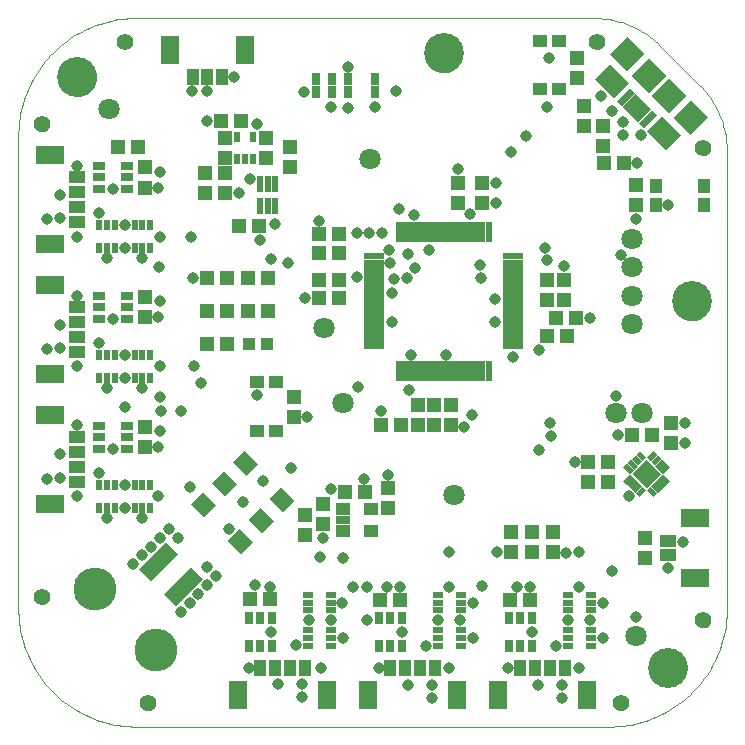
<source format=gts>
G75*
%MOIN*%
%OFA0B0*%
%FSLAX24Y24*%
%IPPOS*%
%LPD*%
%AMOC8*
5,1,8,0,0,1.08239X$1,22.5*
%
%ADD10C,0.0000*%
%ADD11C,0.1330*%
%ADD12C,0.0039*%
%ADD13C,0.0552*%
%ADD14R,0.0190X0.0671*%
%ADD15R,0.0671X0.0190*%
%ADD16R,0.0237X0.0671*%
%ADD17R,0.0671X0.0237*%
%ADD18R,0.0474X0.0474*%
%ADD19R,0.0237X0.0611*%
%ADD20R,0.0907X0.0710*%
%ADD21R,0.0789X0.0828*%
%ADD22R,0.0828X0.0828*%
%ADD23R,0.0474X0.0434*%
%ADD24R,0.0434X0.0474*%
%ADD25R,0.0474X0.0395*%
%ADD26R,0.0474X0.0316*%
%ADD27R,0.0580X0.1261*%
%ADD28C,0.1429*%
%ADD29R,0.0395X0.0395*%
%ADD30R,0.0316X0.0395*%
%ADD31R,0.0552X0.0395*%
%ADD32R,0.0926X0.0592*%
%ADD33R,0.0395X0.0552*%
%ADD34R,0.0592X0.0926*%
%ADD35R,0.0434X0.0297*%
%ADD36R,0.0245X0.0383*%
%ADD37R,0.0383X0.0245*%
%ADD38R,0.0297X0.0434*%
%ADD39R,0.0220X0.0580*%
%ADD40R,0.0178X0.0316*%
%ADD41R,0.0671X0.0671*%
%ADD42C,0.0710*%
%ADD43R,0.0552X0.0631*%
%ADD44C,0.0382*%
D10*
X000671Y004450D02*
X000673Y004480D01*
X000679Y004510D01*
X000688Y004539D01*
X000701Y004566D01*
X000718Y004591D01*
X000737Y004614D01*
X000760Y004635D01*
X000785Y004652D01*
X000811Y004666D01*
X000840Y004676D01*
X000869Y004683D01*
X000899Y004686D01*
X000930Y004685D01*
X000960Y004680D01*
X000989Y004671D01*
X001016Y004659D01*
X001042Y004644D01*
X001066Y004625D01*
X001087Y004603D01*
X001105Y004579D01*
X001120Y004552D01*
X001131Y004524D01*
X001139Y004495D01*
X001143Y004465D01*
X001143Y004435D01*
X001139Y004405D01*
X001131Y004376D01*
X001120Y004348D01*
X001105Y004321D01*
X001087Y004297D01*
X001066Y004275D01*
X001042Y004256D01*
X001016Y004241D01*
X000989Y004229D01*
X000960Y004220D01*
X000930Y004215D01*
X000899Y004214D01*
X000869Y004217D01*
X000840Y004224D01*
X000811Y004234D01*
X000785Y004248D01*
X000760Y004265D01*
X000737Y004286D01*
X000718Y004309D01*
X000701Y004334D01*
X000688Y004361D01*
X000679Y004390D01*
X000673Y004420D01*
X000671Y004450D01*
X004214Y000907D02*
X004216Y000937D01*
X004222Y000967D01*
X004231Y000996D01*
X004244Y001023D01*
X004261Y001048D01*
X004280Y001071D01*
X004303Y001092D01*
X004328Y001109D01*
X004354Y001123D01*
X004383Y001133D01*
X004412Y001140D01*
X004442Y001143D01*
X004473Y001142D01*
X004503Y001137D01*
X004532Y001128D01*
X004559Y001116D01*
X004585Y001101D01*
X004609Y001082D01*
X004630Y001060D01*
X004648Y001036D01*
X004663Y001009D01*
X004674Y000981D01*
X004682Y000952D01*
X004686Y000922D01*
X004686Y000892D01*
X004682Y000862D01*
X004674Y000833D01*
X004663Y000805D01*
X004648Y000778D01*
X004630Y000754D01*
X004609Y000732D01*
X004585Y000713D01*
X004559Y000698D01*
X004532Y000686D01*
X004503Y000677D01*
X004473Y000672D01*
X004442Y000671D01*
X004412Y000674D01*
X004383Y000681D01*
X004354Y000691D01*
X004328Y000705D01*
X004303Y000722D01*
X004280Y000743D01*
X004261Y000766D01*
X004244Y000791D01*
X004231Y000818D01*
X004222Y000847D01*
X004216Y000877D01*
X004214Y000907D01*
X019962Y000907D02*
X019964Y000937D01*
X019970Y000967D01*
X019979Y000996D01*
X019992Y001023D01*
X020009Y001048D01*
X020028Y001071D01*
X020051Y001092D01*
X020076Y001109D01*
X020102Y001123D01*
X020131Y001133D01*
X020160Y001140D01*
X020190Y001143D01*
X020221Y001142D01*
X020251Y001137D01*
X020280Y001128D01*
X020307Y001116D01*
X020333Y001101D01*
X020357Y001082D01*
X020378Y001060D01*
X020396Y001036D01*
X020411Y001009D01*
X020422Y000981D01*
X020430Y000952D01*
X020434Y000922D01*
X020434Y000892D01*
X020430Y000862D01*
X020422Y000833D01*
X020411Y000805D01*
X020396Y000778D01*
X020378Y000754D01*
X020357Y000732D01*
X020333Y000713D01*
X020307Y000698D01*
X020280Y000686D01*
X020251Y000677D01*
X020221Y000672D01*
X020190Y000671D01*
X020160Y000674D01*
X020131Y000681D01*
X020102Y000691D01*
X020076Y000705D01*
X020051Y000722D01*
X020028Y000743D01*
X020009Y000766D01*
X019992Y000791D01*
X019979Y000818D01*
X019970Y000847D01*
X019964Y000877D01*
X019962Y000907D01*
X021148Y002088D02*
X021150Y002138D01*
X021156Y002187D01*
X021166Y002236D01*
X021179Y002283D01*
X021197Y002330D01*
X021218Y002375D01*
X021242Y002418D01*
X021270Y002459D01*
X021301Y002498D01*
X021335Y002534D01*
X021372Y002568D01*
X021412Y002598D01*
X021453Y002625D01*
X021497Y002649D01*
X021542Y002669D01*
X021589Y002685D01*
X021637Y002698D01*
X021686Y002707D01*
X021736Y002712D01*
X021785Y002713D01*
X021835Y002710D01*
X021884Y002703D01*
X021933Y002692D01*
X021980Y002678D01*
X022026Y002659D01*
X022071Y002637D01*
X022114Y002612D01*
X022154Y002583D01*
X022192Y002551D01*
X022228Y002517D01*
X022261Y002479D01*
X022290Y002439D01*
X022316Y002397D01*
X022339Y002353D01*
X022358Y002307D01*
X022374Y002260D01*
X022386Y002211D01*
X022394Y002162D01*
X022398Y002113D01*
X022398Y002063D01*
X022394Y002014D01*
X022386Y001965D01*
X022374Y001916D01*
X022358Y001869D01*
X022339Y001823D01*
X022316Y001779D01*
X022290Y001737D01*
X022261Y001697D01*
X022228Y001659D01*
X022192Y001625D01*
X022154Y001593D01*
X022114Y001564D01*
X022071Y001539D01*
X022026Y001517D01*
X021980Y001498D01*
X021933Y001484D01*
X021884Y001473D01*
X021835Y001466D01*
X021785Y001463D01*
X021736Y001464D01*
X021686Y001469D01*
X021637Y001478D01*
X021589Y001491D01*
X021542Y001507D01*
X021497Y001527D01*
X021453Y001551D01*
X021412Y001578D01*
X021372Y001608D01*
X021335Y001642D01*
X021301Y001678D01*
X021270Y001717D01*
X021242Y001758D01*
X021218Y001801D01*
X021197Y001846D01*
X021179Y001893D01*
X021166Y001940D01*
X021156Y001989D01*
X021150Y002038D01*
X021148Y002088D01*
X022718Y003663D02*
X022720Y003693D01*
X022726Y003723D01*
X022735Y003752D01*
X022748Y003779D01*
X022765Y003804D01*
X022784Y003827D01*
X022807Y003848D01*
X022832Y003865D01*
X022858Y003879D01*
X022887Y003889D01*
X022916Y003896D01*
X022946Y003899D01*
X022977Y003898D01*
X023007Y003893D01*
X023036Y003884D01*
X023063Y003872D01*
X023089Y003857D01*
X023113Y003838D01*
X023134Y003816D01*
X023152Y003792D01*
X023167Y003765D01*
X023178Y003737D01*
X023186Y003708D01*
X023190Y003678D01*
X023190Y003648D01*
X023186Y003618D01*
X023178Y003589D01*
X023167Y003561D01*
X023152Y003534D01*
X023134Y003510D01*
X023113Y003488D01*
X023089Y003469D01*
X023063Y003454D01*
X023036Y003442D01*
X023007Y003433D01*
X022977Y003428D01*
X022946Y003427D01*
X022916Y003430D01*
X022887Y003437D01*
X022858Y003447D01*
X022832Y003461D01*
X022807Y003478D01*
X022784Y003499D01*
X022765Y003522D01*
X022748Y003547D01*
X022735Y003574D01*
X022726Y003603D01*
X022720Y003633D01*
X022718Y003663D01*
X021936Y014293D02*
X021938Y014343D01*
X021944Y014392D01*
X021954Y014441D01*
X021967Y014488D01*
X021985Y014535D01*
X022006Y014580D01*
X022030Y014623D01*
X022058Y014664D01*
X022089Y014703D01*
X022123Y014739D01*
X022160Y014773D01*
X022200Y014803D01*
X022241Y014830D01*
X022285Y014854D01*
X022330Y014874D01*
X022377Y014890D01*
X022425Y014903D01*
X022474Y014912D01*
X022524Y014917D01*
X022573Y014918D01*
X022623Y014915D01*
X022672Y014908D01*
X022721Y014897D01*
X022768Y014883D01*
X022814Y014864D01*
X022859Y014842D01*
X022902Y014817D01*
X022942Y014788D01*
X022980Y014756D01*
X023016Y014722D01*
X023049Y014684D01*
X023078Y014644D01*
X023104Y014602D01*
X023127Y014558D01*
X023146Y014512D01*
X023162Y014465D01*
X023174Y014416D01*
X023182Y014367D01*
X023186Y014318D01*
X023186Y014268D01*
X023182Y014219D01*
X023174Y014170D01*
X023162Y014121D01*
X023146Y014074D01*
X023127Y014028D01*
X023104Y013984D01*
X023078Y013942D01*
X023049Y013902D01*
X023016Y013864D01*
X022980Y013830D01*
X022942Y013798D01*
X022902Y013769D01*
X022859Y013744D01*
X022814Y013722D01*
X022768Y013703D01*
X022721Y013689D01*
X022672Y013678D01*
X022623Y013671D01*
X022573Y013668D01*
X022524Y013669D01*
X022474Y013674D01*
X022425Y013683D01*
X022377Y013696D01*
X022330Y013712D01*
X022285Y013732D01*
X022241Y013756D01*
X022200Y013783D01*
X022160Y013813D01*
X022123Y013847D01*
X022089Y013883D01*
X022058Y013922D01*
X022030Y013963D01*
X022006Y014006D01*
X021985Y014051D01*
X021967Y014098D01*
X021954Y014145D01*
X021944Y014194D01*
X021938Y014243D01*
X021936Y014293D01*
X022718Y019411D02*
X022720Y019441D01*
X022726Y019471D01*
X022735Y019500D01*
X022748Y019527D01*
X022765Y019552D01*
X022784Y019575D01*
X022807Y019596D01*
X022832Y019613D01*
X022858Y019627D01*
X022887Y019637D01*
X022916Y019644D01*
X022946Y019647D01*
X022977Y019646D01*
X023007Y019641D01*
X023036Y019632D01*
X023063Y019620D01*
X023089Y019605D01*
X023113Y019586D01*
X023134Y019564D01*
X023152Y019540D01*
X023167Y019513D01*
X023178Y019485D01*
X023186Y019456D01*
X023190Y019426D01*
X023190Y019396D01*
X023186Y019366D01*
X023178Y019337D01*
X023167Y019309D01*
X023152Y019282D01*
X023134Y019258D01*
X023113Y019236D01*
X023089Y019217D01*
X023063Y019202D01*
X023036Y019190D01*
X023007Y019181D01*
X022977Y019176D01*
X022946Y019175D01*
X022916Y019178D01*
X022887Y019185D01*
X022858Y019195D01*
X022832Y019209D01*
X022807Y019226D01*
X022784Y019247D01*
X022765Y019270D01*
X022748Y019295D01*
X022735Y019322D01*
X022726Y019351D01*
X022720Y019381D01*
X022718Y019411D01*
X019175Y022954D02*
X019177Y022984D01*
X019183Y023014D01*
X019192Y023043D01*
X019205Y023070D01*
X019222Y023095D01*
X019241Y023118D01*
X019264Y023139D01*
X019289Y023156D01*
X019315Y023170D01*
X019344Y023180D01*
X019373Y023187D01*
X019403Y023190D01*
X019434Y023189D01*
X019464Y023184D01*
X019493Y023175D01*
X019520Y023163D01*
X019546Y023148D01*
X019570Y023129D01*
X019591Y023107D01*
X019609Y023083D01*
X019624Y023056D01*
X019635Y023028D01*
X019643Y022999D01*
X019647Y022969D01*
X019647Y022939D01*
X019643Y022909D01*
X019635Y022880D01*
X019624Y022852D01*
X019609Y022825D01*
X019591Y022801D01*
X019570Y022779D01*
X019546Y022760D01*
X019520Y022745D01*
X019493Y022733D01*
X019464Y022724D01*
X019434Y022719D01*
X019403Y022718D01*
X019373Y022721D01*
X019344Y022728D01*
X019315Y022738D01*
X019289Y022752D01*
X019264Y022769D01*
X019241Y022790D01*
X019222Y022813D01*
X019205Y022838D01*
X019192Y022865D01*
X019183Y022894D01*
X019177Y022924D01*
X019175Y022954D01*
X013668Y022561D02*
X013670Y022611D01*
X013676Y022660D01*
X013686Y022709D01*
X013699Y022756D01*
X013717Y022803D01*
X013738Y022848D01*
X013762Y022891D01*
X013790Y022932D01*
X013821Y022971D01*
X013855Y023007D01*
X013892Y023041D01*
X013932Y023071D01*
X013973Y023098D01*
X014017Y023122D01*
X014062Y023142D01*
X014109Y023158D01*
X014157Y023171D01*
X014206Y023180D01*
X014256Y023185D01*
X014305Y023186D01*
X014355Y023183D01*
X014404Y023176D01*
X014453Y023165D01*
X014500Y023151D01*
X014546Y023132D01*
X014591Y023110D01*
X014634Y023085D01*
X014674Y023056D01*
X014712Y023024D01*
X014748Y022990D01*
X014781Y022952D01*
X014810Y022912D01*
X014836Y022870D01*
X014859Y022826D01*
X014878Y022780D01*
X014894Y022733D01*
X014906Y022684D01*
X014914Y022635D01*
X014918Y022586D01*
X014918Y022536D01*
X014914Y022487D01*
X014906Y022438D01*
X014894Y022389D01*
X014878Y022342D01*
X014859Y022296D01*
X014836Y022252D01*
X014810Y022210D01*
X014781Y022170D01*
X014748Y022132D01*
X014712Y022098D01*
X014674Y022066D01*
X014634Y022037D01*
X014591Y022012D01*
X014546Y021990D01*
X014500Y021971D01*
X014453Y021957D01*
X014404Y021946D01*
X014355Y021939D01*
X014305Y021936D01*
X014256Y021937D01*
X014206Y021942D01*
X014157Y021951D01*
X014109Y021964D01*
X014062Y021980D01*
X014017Y022000D01*
X013973Y022024D01*
X013932Y022051D01*
X013892Y022081D01*
X013855Y022115D01*
X013821Y022151D01*
X013790Y022190D01*
X013762Y022231D01*
X013738Y022274D01*
X013717Y022319D01*
X013699Y022366D01*
X013686Y022413D01*
X013676Y022462D01*
X013670Y022511D01*
X013668Y022561D01*
X003427Y022954D02*
X003429Y022984D01*
X003435Y023014D01*
X003444Y023043D01*
X003457Y023070D01*
X003474Y023095D01*
X003493Y023118D01*
X003516Y023139D01*
X003541Y023156D01*
X003567Y023170D01*
X003596Y023180D01*
X003625Y023187D01*
X003655Y023190D01*
X003686Y023189D01*
X003716Y023184D01*
X003745Y023175D01*
X003772Y023163D01*
X003798Y023148D01*
X003822Y023129D01*
X003843Y023107D01*
X003861Y023083D01*
X003876Y023056D01*
X003887Y023028D01*
X003895Y022999D01*
X003899Y022969D01*
X003899Y022939D01*
X003895Y022909D01*
X003887Y022880D01*
X003876Y022852D01*
X003861Y022825D01*
X003843Y022801D01*
X003822Y022779D01*
X003798Y022760D01*
X003772Y022745D01*
X003745Y022733D01*
X003716Y022724D01*
X003686Y022719D01*
X003655Y022718D01*
X003625Y022721D01*
X003596Y022728D01*
X003567Y022738D01*
X003541Y022752D01*
X003516Y022769D01*
X003493Y022790D01*
X003474Y022813D01*
X003457Y022838D01*
X003444Y022865D01*
X003435Y022894D01*
X003429Y022924D01*
X003427Y022954D01*
X001463Y021773D02*
X001465Y021823D01*
X001471Y021872D01*
X001481Y021921D01*
X001494Y021968D01*
X001512Y022015D01*
X001533Y022060D01*
X001557Y022103D01*
X001585Y022144D01*
X001616Y022183D01*
X001650Y022219D01*
X001687Y022253D01*
X001727Y022283D01*
X001768Y022310D01*
X001812Y022334D01*
X001857Y022354D01*
X001904Y022370D01*
X001952Y022383D01*
X002001Y022392D01*
X002051Y022397D01*
X002100Y022398D01*
X002150Y022395D01*
X002199Y022388D01*
X002248Y022377D01*
X002295Y022363D01*
X002341Y022344D01*
X002386Y022322D01*
X002429Y022297D01*
X002469Y022268D01*
X002507Y022236D01*
X002543Y022202D01*
X002576Y022164D01*
X002605Y022124D01*
X002631Y022082D01*
X002654Y022038D01*
X002673Y021992D01*
X002689Y021945D01*
X002701Y021896D01*
X002709Y021847D01*
X002713Y021798D01*
X002713Y021748D01*
X002709Y021699D01*
X002701Y021650D01*
X002689Y021601D01*
X002673Y021554D01*
X002654Y021508D01*
X002631Y021464D01*
X002605Y021422D01*
X002576Y021382D01*
X002543Y021344D01*
X002507Y021310D01*
X002469Y021278D01*
X002429Y021249D01*
X002386Y021224D01*
X002341Y021202D01*
X002295Y021183D01*
X002248Y021169D01*
X002199Y021158D01*
X002150Y021151D01*
X002100Y021148D01*
X002051Y021149D01*
X002001Y021154D01*
X001952Y021163D01*
X001904Y021176D01*
X001857Y021192D01*
X001812Y021212D01*
X001768Y021236D01*
X001727Y021263D01*
X001687Y021293D01*
X001650Y021327D01*
X001616Y021363D01*
X001585Y021402D01*
X001557Y021443D01*
X001533Y021486D01*
X001512Y021531D01*
X001494Y021578D01*
X001481Y021625D01*
X001471Y021674D01*
X001465Y021723D01*
X001463Y021773D01*
X000671Y020198D02*
X000673Y020228D01*
X000679Y020258D01*
X000688Y020287D01*
X000701Y020314D01*
X000718Y020339D01*
X000737Y020362D01*
X000760Y020383D01*
X000785Y020400D01*
X000811Y020414D01*
X000840Y020424D01*
X000869Y020431D01*
X000899Y020434D01*
X000930Y020433D01*
X000960Y020428D01*
X000989Y020419D01*
X001016Y020407D01*
X001042Y020392D01*
X001066Y020373D01*
X001087Y020351D01*
X001105Y020327D01*
X001120Y020300D01*
X001131Y020272D01*
X001139Y020243D01*
X001143Y020213D01*
X001143Y020183D01*
X001139Y020153D01*
X001131Y020124D01*
X001120Y020096D01*
X001105Y020069D01*
X001087Y020045D01*
X001066Y020023D01*
X001042Y020004D01*
X001016Y019989D01*
X000989Y019977D01*
X000960Y019968D01*
X000930Y019963D01*
X000899Y019962D01*
X000869Y019965D01*
X000840Y019972D01*
X000811Y019982D01*
X000785Y019996D01*
X000760Y020013D01*
X000737Y020034D01*
X000718Y020057D01*
X000701Y020082D01*
X000688Y020109D01*
X000679Y020138D01*
X000673Y020168D01*
X000671Y020198D01*
D11*
X002088Y021773D03*
X014293Y022561D03*
X022561Y014293D03*
X021773Y002088D03*
D12*
X000120Y004057D02*
X000120Y019805D01*
X000122Y019929D01*
X000128Y020052D01*
X000137Y020176D01*
X000151Y020298D01*
X000168Y020421D01*
X000190Y020543D01*
X000215Y020664D01*
X000244Y020784D01*
X000276Y020903D01*
X000313Y021022D01*
X000353Y021139D01*
X000396Y021254D01*
X000444Y021369D01*
X000495Y021481D01*
X000549Y021592D01*
X000607Y021702D01*
X000668Y021809D01*
X000733Y021915D01*
X000801Y022018D01*
X000872Y022119D01*
X000946Y022218D01*
X001023Y022315D01*
X001104Y022409D01*
X001187Y022500D01*
X001273Y022589D01*
X001362Y022675D01*
X001453Y022758D01*
X001547Y022839D01*
X001644Y022916D01*
X001743Y022990D01*
X001844Y023061D01*
X001947Y023129D01*
X002053Y023194D01*
X002160Y023255D01*
X002270Y023313D01*
X002381Y023367D01*
X002493Y023418D01*
X002608Y023466D01*
X002723Y023509D01*
X002840Y023549D01*
X002959Y023586D01*
X003078Y023618D01*
X003198Y023647D01*
X003319Y023672D01*
X003441Y023694D01*
X003564Y023711D01*
X003686Y023725D01*
X003810Y023734D01*
X003933Y023740D01*
X004057Y023742D01*
X019288Y023742D01*
X021515Y022819D02*
X022819Y021515D01*
X023742Y019288D02*
X023742Y004057D01*
X023740Y003933D01*
X023734Y003810D01*
X023725Y003686D01*
X023711Y003564D01*
X023694Y003441D01*
X023672Y003319D01*
X023647Y003198D01*
X023618Y003078D01*
X023586Y002959D01*
X023549Y002840D01*
X023509Y002723D01*
X023466Y002608D01*
X023418Y002493D01*
X023367Y002381D01*
X023313Y002270D01*
X023255Y002160D01*
X023194Y002053D01*
X023129Y001947D01*
X023061Y001844D01*
X022990Y001743D01*
X022916Y001644D01*
X022839Y001547D01*
X022758Y001453D01*
X022675Y001362D01*
X022589Y001273D01*
X022500Y001187D01*
X022409Y001104D01*
X022315Y001023D01*
X022218Y000946D01*
X022119Y000872D01*
X022018Y000801D01*
X021915Y000733D01*
X021809Y000668D01*
X021702Y000607D01*
X021592Y000549D01*
X021481Y000495D01*
X021369Y000444D01*
X021254Y000396D01*
X021139Y000353D01*
X021022Y000313D01*
X020903Y000276D01*
X020784Y000244D01*
X020664Y000215D01*
X020543Y000190D01*
X020421Y000168D01*
X020298Y000151D01*
X020176Y000137D01*
X020052Y000128D01*
X019929Y000122D01*
X019805Y000120D01*
X004057Y000120D01*
X003933Y000122D01*
X003810Y000128D01*
X003686Y000137D01*
X003564Y000151D01*
X003441Y000168D01*
X003319Y000190D01*
X003198Y000215D01*
X003078Y000244D01*
X002959Y000276D01*
X002840Y000313D01*
X002723Y000353D01*
X002608Y000396D01*
X002493Y000444D01*
X002381Y000495D01*
X002270Y000549D01*
X002160Y000607D01*
X002053Y000668D01*
X001947Y000733D01*
X001844Y000801D01*
X001743Y000872D01*
X001644Y000946D01*
X001547Y001023D01*
X001453Y001104D01*
X001362Y001187D01*
X001273Y001273D01*
X001187Y001362D01*
X001104Y001453D01*
X001023Y001547D01*
X000946Y001644D01*
X000872Y001743D01*
X000801Y001844D01*
X000733Y001947D01*
X000668Y002053D01*
X000607Y002160D01*
X000549Y002270D01*
X000495Y002381D01*
X000444Y002493D01*
X000396Y002608D01*
X000353Y002723D01*
X000313Y002840D01*
X000276Y002959D01*
X000244Y003078D01*
X000215Y003198D01*
X000190Y003319D01*
X000168Y003441D01*
X000151Y003564D01*
X000137Y003686D01*
X000128Y003810D01*
X000122Y003933D01*
X000120Y004057D01*
X019288Y023742D02*
X019396Y023740D01*
X019503Y023735D01*
X019610Y023725D01*
X019717Y023713D01*
X019823Y023696D01*
X019929Y023676D01*
X020034Y023652D01*
X020138Y023625D01*
X020241Y023594D01*
X020343Y023560D01*
X020444Y023522D01*
X020543Y023481D01*
X020641Y023437D01*
X020737Y023389D01*
X020832Y023338D01*
X020925Y023283D01*
X021016Y023226D01*
X021105Y023165D01*
X021191Y023102D01*
X021276Y023035D01*
X021358Y022966D01*
X021438Y022894D01*
X021515Y022819D01*
X022819Y021515D02*
X022894Y021438D01*
X022966Y021358D01*
X023035Y021276D01*
X023102Y021191D01*
X023165Y021105D01*
X023226Y021016D01*
X023283Y020925D01*
X023338Y020832D01*
X023389Y020737D01*
X023437Y020641D01*
X023481Y020543D01*
X023522Y020444D01*
X023560Y020343D01*
X023594Y020241D01*
X023625Y020138D01*
X023652Y020034D01*
X023676Y019929D01*
X023696Y019823D01*
X023713Y019717D01*
X023725Y019610D01*
X023735Y019503D01*
X023740Y019396D01*
X023742Y019288D01*
D13*
X022954Y019411D03*
X019411Y022954D03*
X003663Y022954D03*
X000907Y020198D03*
X000907Y004450D03*
X004450Y000907D03*
X020198Y000907D03*
X022954Y003663D03*
D14*
X015572Y011970D03*
X015376Y011970D03*
X015179Y011970D03*
X014982Y011970D03*
X014785Y011970D03*
X014588Y011970D03*
X014391Y011970D03*
X014194Y011970D03*
X013998Y011970D03*
X013801Y011970D03*
X013604Y011970D03*
X013407Y011970D03*
X013210Y011970D03*
X013013Y011970D03*
X013013Y016616D03*
X013210Y016616D03*
X013407Y016616D03*
X013604Y016616D03*
X013801Y016616D03*
X013998Y016616D03*
X014194Y016616D03*
X014391Y016616D03*
X014588Y016616D03*
X014785Y016616D03*
X014982Y016616D03*
X015179Y016616D03*
X015376Y016616D03*
X015572Y016616D03*
D15*
X016616Y015572D03*
X016616Y015376D03*
X016616Y015179D03*
X016616Y014982D03*
X016616Y014785D03*
X016616Y014588D03*
X016616Y014391D03*
X016616Y014194D03*
X016616Y013998D03*
X016616Y013801D03*
X016616Y013604D03*
X016616Y013407D03*
X016616Y013210D03*
X016616Y013013D03*
X011970Y013013D03*
X011970Y013210D03*
X011970Y013407D03*
X011970Y013604D03*
X011970Y013801D03*
X011970Y013998D03*
X011970Y014194D03*
X011970Y014391D03*
X011970Y014588D03*
X011970Y014785D03*
X011970Y014982D03*
X011970Y015179D03*
X011970Y015376D03*
X011970Y015572D03*
D16*
X012793Y016616D03*
X015793Y016616D03*
X015793Y011970D03*
X012793Y011970D03*
D17*
X011970Y012793D03*
X011970Y015793D03*
X016616Y015793D03*
X016616Y012793D03*
D18*
X017738Y013151D03*
X018053Y013742D03*
X018407Y013151D03*
X018722Y013742D03*
X018309Y014352D03*
X017757Y014352D03*
X017757Y015021D03*
X018309Y015021D03*
X020710Y017502D03*
X020710Y018171D03*
X020297Y018899D03*
X019628Y018899D03*
X019608Y019470D03*
X019608Y020139D03*
X018978Y020139D03*
X018978Y020809D03*
X018742Y021754D03*
X018742Y022423D03*
X015592Y018250D03*
X015592Y017580D03*
X014765Y017580D03*
X014765Y018250D03*
X010809Y016537D03*
X010809Y015907D03*
X010139Y015907D03*
X010139Y016537D03*
X010139Y015002D03*
X010139Y014411D03*
X010809Y014411D03*
X010809Y015002D03*
X008446Y015080D03*
X007777Y015080D03*
X007069Y015080D03*
X006399Y015080D03*
X006399Y013978D03*
X007069Y013978D03*
X007777Y013978D03*
X008446Y013978D03*
X007069Y012876D03*
X006399Y012876D03*
X004332Y013761D03*
X004332Y014431D03*
X007462Y016813D03*
X008131Y016813D03*
X007009Y017895D03*
X006340Y017895D03*
X006340Y018565D03*
X007009Y018565D03*
X007009Y019076D03*
X007009Y019746D03*
X006872Y020317D03*
X007541Y020317D03*
X008387Y019746D03*
X008387Y019076D03*
X009175Y018761D03*
X009175Y019431D03*
X004332Y018761D03*
X004332Y018092D03*
X004116Y019450D03*
X003446Y019450D03*
X009293Y011124D03*
X009293Y010454D03*
X010998Y007954D03*
X011667Y007954D03*
X012454Y008072D03*
X012454Y007403D03*
X010285Y007533D03*
X010285Y006864D03*
X009679Y007171D03*
X009679Y006502D03*
X008525Y004372D03*
X007856Y004372D03*
X012187Y004332D03*
X012856Y004332D03*
X016517Y004332D03*
X017187Y004332D03*
X017246Y005927D03*
X017246Y006596D03*
X017954Y006596D03*
X017954Y005927D03*
X016537Y005927D03*
X016537Y006596D03*
X019116Y008269D03*
X019785Y008269D03*
X019785Y008939D03*
X019116Y008939D03*
X020572Y009844D03*
X021242Y009844D03*
X021891Y009588D03*
X021891Y010257D03*
X021025Y006399D03*
X021025Y005730D03*
X014529Y010179D03*
X013978Y010179D03*
X013427Y010179D03*
X012891Y010167D03*
X012222Y010167D03*
X013427Y010848D03*
X013978Y010848D03*
X014529Y010848D03*
X004332Y010100D03*
X004332Y009431D03*
D19*
G36*
X020511Y021402D02*
X020678Y021235D01*
X020247Y020804D01*
X020080Y020971D01*
X020511Y021402D01*
G37*
G36*
X020692Y021221D02*
X020859Y021054D01*
X020428Y020623D01*
X020261Y020790D01*
X020692Y021221D01*
G37*
G36*
X020873Y021040D02*
X021040Y020873D01*
X020609Y020442D01*
X020442Y020609D01*
X020873Y021040D01*
G37*
G36*
X021054Y020859D02*
X021221Y020692D01*
X020790Y020261D01*
X020623Y020428D01*
X021054Y020859D01*
G37*
G36*
X021235Y020678D02*
X021402Y020511D01*
X020971Y020080D01*
X020804Y020247D01*
X021235Y020678D01*
G37*
D20*
G36*
X021569Y020483D02*
X022209Y019843D01*
X021707Y019341D01*
X021067Y019981D01*
X021569Y020483D01*
G37*
G36*
X019843Y022209D02*
X020483Y021569D01*
X019981Y021067D01*
X019341Y021707D01*
X019843Y022209D01*
G37*
D21*
G36*
X020441Y023114D02*
X020998Y022557D01*
X020413Y021972D01*
X019856Y022529D01*
X020441Y023114D01*
G37*
G36*
X022557Y020998D02*
X023114Y020441D01*
X022529Y019856D01*
X021972Y020413D01*
X022557Y020998D01*
G37*
D22*
G36*
X021819Y021736D02*
X022404Y021151D01*
X021819Y020566D01*
X021234Y021151D01*
X021819Y021736D01*
G37*
G36*
X021151Y022404D02*
X021736Y021819D01*
X021151Y021234D01*
X020566Y021819D01*
X021151Y022404D01*
G37*
D23*
X018151Y022974D03*
X017521Y022974D03*
X017521Y021360D03*
X018151Y021360D03*
X008702Y011596D03*
X008072Y011596D03*
X008072Y009982D03*
X008702Y009982D03*
D24*
X021360Y017521D03*
X021360Y018151D03*
X022974Y018151D03*
X022974Y017521D03*
D25*
X011876Y007376D03*
X011876Y006628D03*
X010931Y006628D03*
X010931Y007376D03*
D26*
X010931Y007002D03*
D27*
G36*
X005391Y004146D02*
X004981Y004556D01*
X005871Y005446D01*
X006281Y005036D01*
X005391Y004146D01*
G37*
G36*
X004556Y004981D02*
X004146Y005391D01*
X005036Y006281D01*
X005446Y005871D01*
X004556Y004981D01*
G37*
D28*
X002686Y004718D03*
X004718Y002686D03*
D29*
X007817Y012876D03*
X008407Y012876D03*
D30*
X010057Y021265D03*
X010057Y021698D03*
X010584Y021698D03*
X010584Y021265D03*
X011112Y021265D03*
X011112Y021698D03*
X011994Y021698D03*
X011994Y021265D03*
D31*
X002088Y018427D03*
X002088Y017935D03*
X002088Y017443D03*
X002088Y016950D03*
X002088Y014096D03*
X002088Y013604D03*
X002088Y013112D03*
X002088Y012620D03*
X002088Y009765D03*
X002088Y009273D03*
X002088Y008781D03*
X002088Y008289D03*
X021773Y006320D03*
X021773Y005828D03*
D32*
X022677Y005080D03*
X022677Y007069D03*
X001185Y007541D03*
X001185Y010513D03*
X001185Y011872D03*
X001185Y014844D03*
X001185Y016202D03*
X001185Y019175D03*
D33*
X005927Y021773D03*
X006419Y021773D03*
X006911Y021773D03*
X008191Y002088D03*
X008683Y002088D03*
X009175Y002088D03*
X009667Y002088D03*
X012521Y002088D03*
X013013Y002088D03*
X013506Y002088D03*
X013998Y002088D03*
X016852Y002088D03*
X017344Y002088D03*
X017836Y002088D03*
X018328Y002088D03*
D34*
X019076Y001185D03*
X016104Y001185D03*
X014746Y001185D03*
X011773Y001185D03*
X010415Y001185D03*
X007443Y001185D03*
X007659Y022677D03*
X005179Y022677D03*
D35*
X003742Y018801D03*
X003742Y018427D03*
X003742Y018053D03*
X002797Y018053D03*
X002797Y018427D03*
X002797Y018801D03*
X002797Y014470D03*
X002797Y014096D03*
X002797Y013722D03*
X003742Y013722D03*
X003742Y014096D03*
X003742Y014470D03*
X003742Y010139D03*
X003742Y009765D03*
X003742Y009391D03*
X002797Y009391D03*
X002797Y009765D03*
X002797Y010139D03*
D36*
X002817Y011754D03*
X003072Y011754D03*
X003328Y011754D03*
X003998Y011754D03*
X004254Y011754D03*
X004509Y011754D03*
X004509Y012502D03*
X004254Y012502D03*
X003998Y012502D03*
X003328Y012502D03*
X003072Y012502D03*
X002817Y012502D03*
X002817Y016084D03*
X003072Y016084D03*
X003328Y016084D03*
X003998Y016084D03*
X004254Y016084D03*
X004509Y016084D03*
X004509Y016832D03*
X004254Y016832D03*
X003998Y016832D03*
X003328Y016832D03*
X003072Y016832D03*
X002817Y016832D03*
X007423Y019037D03*
X007679Y019037D03*
X007935Y019037D03*
X007935Y019785D03*
X007423Y019785D03*
X004509Y008171D03*
X004254Y008171D03*
X003998Y008171D03*
X003328Y008171D03*
X003072Y008171D03*
X002817Y008171D03*
X002817Y007423D03*
X003072Y007423D03*
X003328Y007423D03*
X003998Y007423D03*
X004254Y007423D03*
X004509Y007423D03*
D37*
X009785Y004509D03*
X009785Y004254D03*
X009785Y003998D03*
X009785Y003328D03*
X009785Y003072D03*
X009785Y002817D03*
X010533Y002817D03*
X010533Y003072D03*
X010533Y003328D03*
X010533Y003998D03*
X010533Y004254D03*
X010533Y004509D03*
X014116Y004509D03*
X014116Y004254D03*
X014116Y003998D03*
X014116Y003328D03*
X014116Y003072D03*
X014116Y002817D03*
X014864Y002817D03*
X014864Y003072D03*
X014864Y003328D03*
X014864Y003998D03*
X014864Y004254D03*
X014864Y004509D03*
X018446Y004509D03*
X018446Y004254D03*
X018446Y003998D03*
X018446Y003328D03*
X018446Y003072D03*
X018446Y002817D03*
X019194Y002817D03*
X019194Y003072D03*
X019194Y003328D03*
X019194Y003998D03*
X019194Y004254D03*
X019194Y004509D03*
D38*
X017226Y003742D03*
X016852Y003742D03*
X016478Y003742D03*
X016478Y002797D03*
X016852Y002797D03*
X017226Y002797D03*
X012895Y002797D03*
X012521Y002797D03*
X012147Y002797D03*
X012147Y003742D03*
X012521Y003742D03*
X012895Y003742D03*
X008565Y003742D03*
X008191Y003742D03*
X007817Y003742D03*
X007817Y002797D03*
X008191Y002797D03*
X008565Y002797D03*
D39*
X008687Y017476D03*
X008427Y017476D03*
X008167Y017476D03*
X008167Y018196D03*
X008427Y018196D03*
X008687Y018196D03*
D40*
G36*
X020640Y008678D02*
X020514Y008552D01*
X020292Y008774D01*
X020418Y008900D01*
X020640Y008678D01*
G37*
G36*
X020779Y008817D02*
X020653Y008691D01*
X020431Y008913D01*
X020557Y009039D01*
X020779Y008817D01*
G37*
G36*
X020918Y008956D02*
X020792Y008830D01*
X020570Y009052D01*
X020696Y009178D01*
X020918Y008956D01*
G37*
G36*
X021058Y009095D02*
X020932Y008969D01*
X020710Y009191D01*
X020836Y009317D01*
X021058Y009095D01*
G37*
G36*
X021198Y008969D02*
X021072Y009095D01*
X021294Y009317D01*
X021420Y009191D01*
X021198Y008969D01*
G37*
G36*
X021337Y008830D02*
X021211Y008956D01*
X021433Y009178D01*
X021559Y009052D01*
X021337Y008830D01*
G37*
G36*
X021476Y008691D02*
X021350Y008817D01*
X021572Y009039D01*
X021698Y008913D01*
X021476Y008691D01*
G37*
G36*
X021615Y008552D02*
X021489Y008678D01*
X021711Y008900D01*
X021837Y008774D01*
X021615Y008552D01*
G37*
G36*
X021837Y008316D02*
X021711Y008190D01*
X021489Y008412D01*
X021615Y008538D01*
X021837Y008316D01*
G37*
G36*
X021698Y008177D02*
X021572Y008051D01*
X021350Y008273D01*
X021476Y008399D01*
X021698Y008177D01*
G37*
G36*
X021559Y008038D02*
X021433Y007912D01*
X021211Y008134D01*
X021337Y008260D01*
X021559Y008038D01*
G37*
G36*
X021420Y007898D02*
X021294Y007772D01*
X021072Y007994D01*
X021198Y008120D01*
X021420Y007898D01*
G37*
G36*
X020836Y007772D02*
X020710Y007898D01*
X020932Y008120D01*
X021058Y007994D01*
X020836Y007772D01*
G37*
G36*
X020696Y007912D02*
X020570Y008038D01*
X020792Y008260D01*
X020918Y008134D01*
X020696Y007912D01*
G37*
G36*
X020557Y008051D02*
X020431Y008177D01*
X020653Y008399D01*
X020779Y008273D01*
X020557Y008051D01*
G37*
G36*
X020418Y008190D02*
X020292Y008316D01*
X020514Y008538D01*
X020640Y008412D01*
X020418Y008190D01*
G37*
D41*
G36*
X021065Y008072D02*
X020592Y008545D01*
X021065Y009018D01*
X021538Y008545D01*
X021065Y008072D01*
G37*
D42*
X020907Y010592D03*
X020041Y010592D03*
X020592Y013545D03*
X020592Y014490D03*
X020592Y015435D03*
X020592Y016380D03*
X014643Y007828D03*
X010943Y010915D03*
X010293Y013411D03*
X011848Y019033D03*
X003151Y020710D03*
X020710Y003151D03*
D43*
G36*
X009325Y007657D02*
X008935Y007267D01*
X008491Y007711D01*
X008881Y008101D01*
X009325Y007657D01*
G37*
G36*
X008629Y006961D02*
X008239Y006571D01*
X007795Y007015D01*
X008185Y007405D01*
X008629Y006961D01*
G37*
G36*
X007933Y006265D02*
X007543Y005875D01*
X007099Y006319D01*
X007489Y006709D01*
X007933Y006265D01*
G37*
G36*
X006709Y007489D02*
X006319Y007099D01*
X005875Y007543D01*
X006265Y007933D01*
X006709Y007489D01*
G37*
G36*
X007405Y008185D02*
X007015Y007795D01*
X006571Y008239D01*
X006961Y008629D01*
X007405Y008185D01*
G37*
G36*
X008101Y008881D02*
X007711Y008491D01*
X007267Y008935D01*
X007657Y009325D01*
X008101Y008881D01*
G37*
D44*
X008289Y008303D03*
X007600Y007600D03*
X007156Y006694D03*
X005828Y008112D03*
X004765Y007797D03*
X004254Y007069D03*
X003663Y007423D03*
X003072Y007069D03*
X002088Y007797D03*
X001517Y008407D03*
X001084Y008387D03*
X001517Y009194D03*
X002088Y010159D03*
X003269Y009372D03*
X002817Y008584D03*
X003663Y008171D03*
X004785Y009431D03*
X004844Y009962D03*
X004883Y010631D03*
X004844Y011104D03*
X004254Y011399D03*
X003663Y011754D03*
X003072Y011399D03*
X003663Y010789D03*
X004844Y012128D03*
X005986Y012128D03*
X006222Y011576D03*
X005553Y010631D03*
X003683Y012502D03*
X002817Y012915D03*
X003269Y013702D03*
X002088Y014490D03*
X001517Y013525D03*
X001517Y012738D03*
X001084Y012718D03*
X002088Y012128D03*
X004785Y013761D03*
X004844Y014293D03*
X005946Y015080D03*
X004805Y015435D03*
X004254Y015730D03*
X003683Y016084D03*
X003072Y015730D03*
X002088Y016458D03*
X001517Y017069D03*
X001084Y017049D03*
X001517Y017856D03*
X002088Y018820D03*
X003269Y018033D03*
X002817Y017246D03*
X003683Y016832D03*
X004844Y016458D03*
X005868Y016458D03*
X004785Y018092D03*
X004844Y018624D03*
X006419Y020317D03*
X006419Y021301D03*
X005907Y021301D03*
X007324Y021773D03*
X008072Y020198D03*
X007836Y018387D03*
X007462Y017895D03*
X008663Y016891D03*
X008167Y016356D03*
X008545Y015710D03*
X009096Y015572D03*
X009687Y014411D03*
X011419Y015120D03*
X012521Y015572D03*
X012482Y016025D03*
X012246Y016576D03*
X011813Y016576D03*
X011419Y016576D03*
X010139Y016990D03*
X012639Y015041D03*
X013072Y015080D03*
X013348Y015395D03*
X013112Y015868D03*
X013801Y016006D03*
X013309Y017167D03*
X012797Y017364D03*
X014765Y018702D03*
X016045Y018250D03*
X016045Y017580D03*
X015159Y017206D03*
X015513Y015513D03*
X015553Y015080D03*
X016025Y014391D03*
X016025Y013604D03*
X016616Y012443D03*
X017482Y012679D03*
X019175Y013742D03*
X018309Y015474D03*
X017757Y015671D03*
X017679Y016065D03*
X020198Y015828D03*
X020710Y017049D03*
X021773Y017521D03*
X020750Y018899D03*
X020868Y019829D03*
X020277Y019844D03*
X020277Y020277D03*
X019908Y020631D03*
X019529Y021143D03*
X017757Y020789D03*
X017049Y019805D03*
X016557Y019273D03*
X017817Y022423D03*
X012718Y021301D03*
X011994Y020773D03*
X011112Y020757D03*
X010553Y020789D03*
X009651Y021265D03*
X011112Y022120D03*
X012580Y014588D03*
X012561Y013604D03*
X013210Y012502D03*
X013151Y011340D03*
X012222Y010655D03*
X011458Y011431D03*
X009746Y010454D03*
X009205Y008742D03*
X010553Y008033D03*
X011655Y008387D03*
X012443Y008506D03*
X010277Y006419D03*
X010159Y005789D03*
X010946Y005750D03*
X011261Y004765D03*
X011734Y004765D03*
X012403Y004785D03*
X012856Y004785D03*
X011734Y003663D03*
X010946Y003072D03*
X010553Y003663D03*
X010907Y004254D03*
X009805Y003663D03*
X009372Y002836D03*
X010198Y002088D03*
X009569Y001545D03*
X009569Y001112D03*
X008781Y001545D03*
X007797Y002088D03*
X008545Y003269D03*
X008525Y004785D03*
X007994Y004844D03*
X006714Y005139D03*
X006419Y004844D03*
X006124Y004549D03*
X005828Y004254D03*
X005533Y003958D03*
X006419Y005435D03*
X005435Y006419D03*
X005139Y006714D03*
X004844Y006419D03*
X004549Y006124D03*
X004254Y005828D03*
X003958Y005533D03*
X008072Y011183D03*
X014391Y012502D03*
X015238Y010513D03*
X014962Y010120D03*
X017482Y009332D03*
X017876Y009805D03*
X017836Y010238D03*
X018663Y008939D03*
X020120Y009844D03*
X020041Y011143D03*
X022344Y010257D03*
X022344Y009588D03*
X020474Y007815D03*
X022265Y006281D03*
X021773Y005395D03*
X020710Y003781D03*
X019608Y004254D03*
X019175Y003663D03*
X018446Y003663D03*
X018053Y002817D03*
X017246Y003269D03*
X016458Y002088D03*
X015277Y003072D03*
X014844Y003663D03*
X015277Y004254D03*
X015592Y004805D03*
X016084Y005927D03*
X016734Y004785D03*
X017187Y004785D03*
X018387Y005907D03*
X018820Y005946D03*
X018820Y004765D03*
X019923Y005317D03*
X019608Y003072D03*
X018820Y002088D03*
X018230Y001517D03*
X018230Y001084D03*
X017443Y001517D03*
X014490Y002088D03*
X013899Y001517D03*
X013899Y001084D03*
X013112Y001517D03*
X012128Y002088D03*
X012915Y003269D03*
X013722Y002817D03*
X014116Y003663D03*
X014490Y004765D03*
X014490Y005946D03*
M02*

</source>
